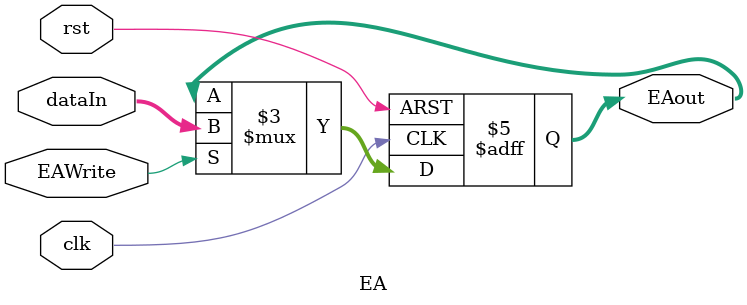
<source format=sv>
module EA(input clk, rst, input EAWrite, input [11:0] dataIn, output reg [11:0] EAout);
  always@(posedge clk, posedge rst) begin
    if(rst)
      EAout <= 12'b0;
    else
      if(EAWrite)
        begin
        EAout <= dataIn;
        $display("%d", dataIn);
      end
      else
        EAout <= EAout;
  end
endmodule

</source>
